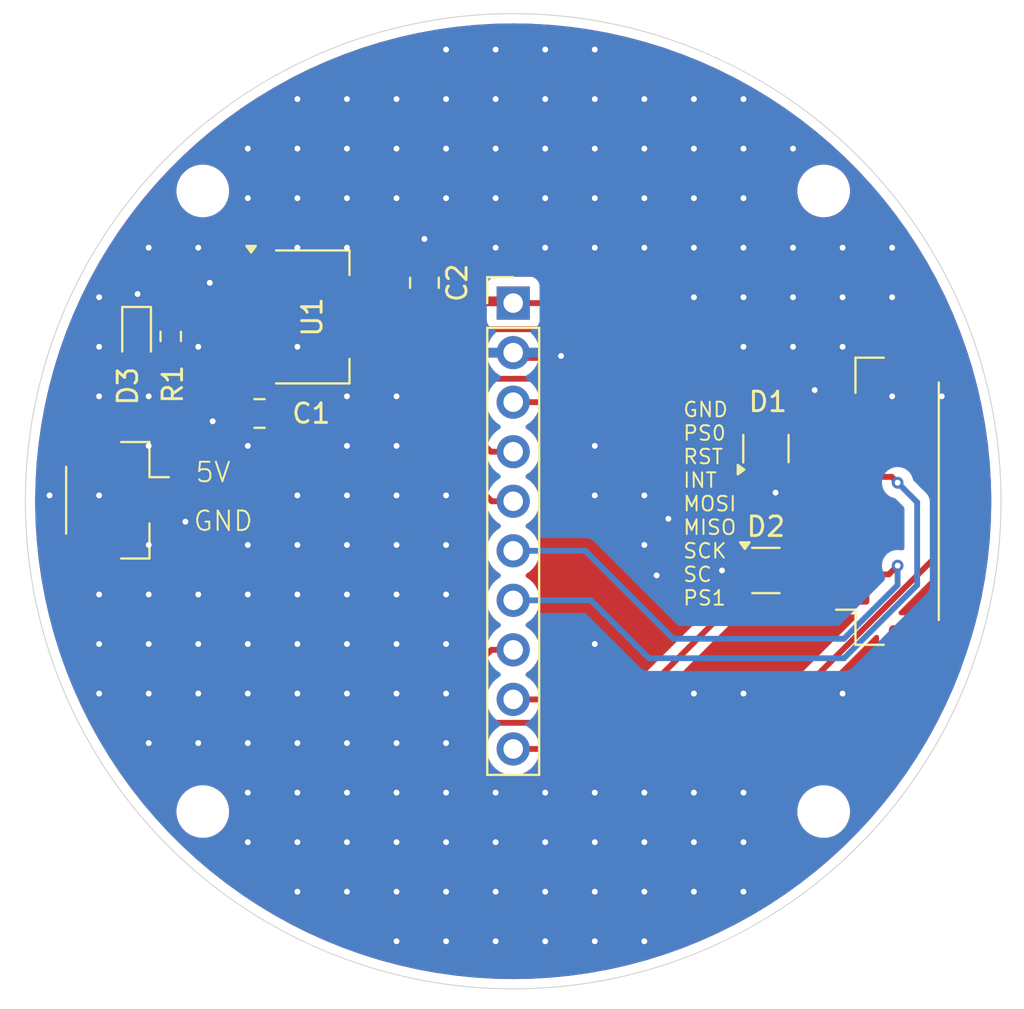
<source format=kicad_pcb>
(kicad_pcb (version 20240108) (generator "pcbnew") (generator_version "8.0")
  (layers (0 "F.Cu" signal) (1 "In1.Cu" power) (2 "In2.Cu" power) (31 "B.Cu" signal) (34 "B.Paste" user) (35 "F.Paste" user) (36 "B.SilkS" user "B.Silkscreen") (37 "F.SilkS" user "F.Silkscreen") (38 "B.Mask" user) (39 "F.Mask" user) (44 "Edge.Cuts" user))
  (net 0 "")
  (net 1 "VBUS")
  (net 2 "GND")
  (net 3 "VCC")
  (net 4 "/PS1")
  (net 5 "/RST")
  (net 6 "/PS0")
  (net 7 "/CS")
  (net 8 "/MISO")
  (net 9 "/MOSI")
  (net 10 "/INT")
  (net 11 "/SCK")
  (net 12 "Net-(D3-A)")
  (footprint "MountingHole:MountingHole_2.2mm_M2" (layer "F.Cu") (at 222.959902 80.790097)
    (property "Reference" "H3" (hide yes))
    (property "Value" "MountingHole")
    (pad "" np_thru_hole circle (at 0 0) (size 2.2 2.2) (drill 2.2) (layers "*.Cu" "*.Mask"))
  )
  (footprint "Package_TO_SOT_SMD:SOT-363_SC-70-6" (layer "F.Cu") (at 220 94 90)
    (property "Reference" "D1" (at 2.4 0.1 0) (layer "F.SilkS"))
    (property "Value" " SMF05CT1G")
    (fp_line (start -0.71 -1.16) (end 0.7 -1.16) (stroke (width 0.12)) (layer "F.SilkS"))
    (fp_line (start -0.7 1.16) (end 0.7 1.16) (stroke (width 0.12)) (layer "F.SilkS"))
    (fp_poly (pts (xy -1.08 -1.11) (xy -1.32 -1.44) (xy -0.84 -1.44) (xy -1.08 -1.11)) (stroke (width 0.12)) (fill solid) (layer "F.SilkS"))
    (pad "1" smd roundrect (at -0.95 -0.65 90) (size 0.65 0.4) (layers "F.Cu" "F.Paste" "F.Mask") (net 9 "/MOSI"))
    (pad "2" smd roundrect (at -0.949999 0 90) (size 0.65 0.4) (layers "F.Cu" "F.Paste" "F.Mask") (net 2 "GND"))
    (pad "3" smd roundrect (at -0.95 0.65 90) (size 0.65 0.4) (layers "F.Cu" "F.Paste" "F.Mask") (net 10 "/INT"))
    (pad "4" smd roundrect (at 0.95 0.65 90) (size 0.65 0.4) (layers "F.Cu" "F.Paste" "F.Mask") (net 5 "/RST"))
    (pad "5" smd roundrect (at 0.949999 0 90) (size 0.65 0.4) (layers "F.Cu" "F.Paste" "F.Mask") (net 6 "/PS0"))
    (pad "6" smd roundrect (at 0.95 -0.65 90) (size 0.65 0.4) (layers "F.Cu" "F.Paste" "F.Mask") (net 3 "VCC"))
  )
  (footprint "Connector_JST:JST_GH_SM09B-GHS-TB_1x09-1MP_P1.25mm_Horizontal" (layer "F.Cu") (at 226.3 96.7 90)
    (property "Reference" "J4" (hide yes))
    (property "Value" "Conn_01x09_MountingPin")
    (fp_line (start 7.36 -1.710001) (end 5.56 -1.71) (stroke (width 0.12)) (layer "F.SilkS"))
    (fp_line (start -7.36 -1.710001) (end -5.56 -1.71) (stroke (width 0.12)) (layer "F.SilkS"))
    (fp_line (start -5.56 -1.71) (end -5.56 -2.7) (stroke (width 0.12)) (layer "F.SilkS"))
    (fp_line (start 7.36 -0.26) (end 7.36 -1.710001) (stroke (width 0.12)) (layer "F.SilkS"))
    (fp_line (start -7.36 -0.26) (end -7.36 -1.710001) (stroke (width 0.12)) (layer "F.SilkS"))
    (fp_line (start -6.09 2.56) (end 6.09 2.56) (stroke (width 0.12)) (layer "F.SilkS"))
    (pad "1" smd roundrect (at -4.999999 -1.85 90) (size 0.6 1.7) (layers "F.Cu" "F.Paste" "F.Mask") (net 4 "/PS1"))
    (pad "2" smd roundrect (at -3.75 -1.85 90) (size 0.6 1.7) (layers "F.Cu" "F.Paste" "F.Mask") (net 7 "/CS"))
    (pad "3" smd roundrect (at -2.499999 -1.85 90) (size 0.6 1.7) (layers "F.Cu" "F.Paste" "F.Mask") (net 11 "/SCK"))
    (pad "4" smd roundrect (at -1.25 -1.85 90) (size 0.6 1.7) (layers "F.Cu" "F.Paste" "F.Mask") (net 8 "/MISO"))
    (pad "5" smd roundrect (at 0 -1.850001 90) (size 0.6 1.7) (layers "F.Cu" "F.Paste" "F.Mask") (net 9 "/MOSI"))
    (pad "6" smd roundrect (at 1.25 -1.85 90) (size 0.6 1.7) (layers "F.Cu" "F.Paste" "F.Mask") (net 10 "/INT"))
    (pad "7" smd roundrect (at 2.499999 -1.85 90) (size 0.6 1.7) (layers "F.Cu" "F.Paste" "F.Mask") (net 5 "/RST"))
    (pad "8" smd roundrect (at 3.75 -1.85 90) (size 0.6 1.7) (layers "F.Cu" "F.Paste" "F.Mask") (net 6 "/PS0"))
    (pad "9" smd roundrect (at 4.999999 -1.85 90) (size 0.6 1.7) (layers "F.Cu" "F.Paste" "F.Mask") (net 2 "GND"))
    (pad "MP" smd roundrect (at -6.85 1.35 90) (size 1 2.7) (layers "F.Cu" "F.Paste" "F.Mask") (net 2 "GND"))
    (pad "MP" smd roundrect (at 6.85 1.35 90) (size 1 2.7) (layers "F.Cu" "F.Paste" "F.Mask") (net 2 "GND"))
  )
  (footprint "Package_TO_SOT_SMD:SOT-363_SC-70-6" (layer "F.Cu") (at 220 100.25)
    (property "Reference" "D2" (at 0 -2.25 0) (layer "F.SilkS"))
    (property "Value" " SMF05CT1G")
    (fp_line (start -0.71 -1.16) (end 0.7 -1.16) (stroke (width 0.12)) (layer "F.SilkS"))
    (fp_line (start -0.7 1.16) (end 0.7 1.16) (stroke (width 0.12)) (layer "F.SilkS"))
    (fp_poly (pts (xy -1.08 -1.11) (xy -1.32 -1.44) (xy -0.84 -1.44) (xy -1.08 -1.11)) (stroke (width 0.12)) (fill solid) (layer "F.SilkS"))
    (pad "1" smd roundrect (at -0.95 -0.65) (size 0.65 0.4) (layers "F.Cu" "F.Paste" "F.Mask"))
    (pad "2" smd roundrect (at -0.949999 0) (size 0.65 0.4) (layers "F.Cu" "F.Paste" "F.Mask") (net 2 "GND"))
    (pad "3" smd roundrect (at -0.95 0.65) (size 0.65 0.4) (layers "F.Cu" "F.Paste" "F.Mask") (net 4 "/PS1"))
    (pad "4" smd roundrect (at 0.95 0.65) (size 0.65 0.4) (layers "F.Cu" "F.Paste" "F.Mask") (net 7 "/CS"))
    (pad "5" smd roundrect (at 0.949999 0) (size 0.65 0.4) (layers "F.Cu" "F.Paste" "F.Mask") (net 11 "/SCK"))
    (pad "6" smd roundrect (at 0.95 -0.65) (size 0.65 0.4) (layers "F.Cu" "F.Paste" "F.Mask") (net 8 "/MISO"))
  )
  (footprint "Package_TO_SOT_SMD:SOT-223-3_TabPin2" (layer "F.Cu") (at 196.75 87.25)
    (property "Reference" "U1" (at 0 0 90) (layer "F.SilkS"))
    (property "Value" "AMS1117-3.3")
    (fp_line (start -1.85 -3.410001) (end 1.91 -3.41) (stroke (width 0.12)) (layer "F.SilkS"))
    (fp_line (start -1.85 3.410001) (end 1.91 3.41) (stroke (width 0.12)) (layer "F.SilkS"))
    (fp_line (start 1.91 -3.41) (end 1.91 -2.150001) (stroke (width 0.12)) (layer "F.SilkS"))
    (fp_line (start 1.91 3.41) (end 1.91 2.150001) (stroke (width 0.12)) (layer "F.SilkS"))
    (fp_poly (pts (xy -3.13 -3.31) (xy -3.37 -3.64) (xy -2.89 -3.64) (xy -3.13 -3.31)) (stroke (width 0.12)) (fill solid) (layer "F.SilkS"))
    (pad "1" smd roundrect (at -3.15 -2.3) (size 2 1.5) (layers "F.Cu" "F.Paste" "F.Mask") (net 2 "GND"))
    (pad "2" smd roundrect (at -3.149999 0) (size 2 1.5) (layers "F.Cu" "F.Paste" "F.Mask") (net 3 "VCC"))
    (pad "2" smd roundrect (at 3.149999 0) (size 2 3.8) (layers "F.Cu" "F.Paste" "F.Mask") (net 3 "VCC"))
    (pad "3" smd roundrect (at -3.15 2.3) (size 2 1.5) (layers "F.Cu" "F.Paste" "F.Mask") (net 1 "VBUS"))
  )
  (footprint "Connector_PinHeader_2.54mm:PinHeader_1x10_P2.54mm_Vertical" (layer "F.Cu") (at 207.05 86.54)
    (property "Reference" "J2" (hide yes))
    (property "Value" "BNO_085")
    (fp_line (start -1.33 -1.33) (end 0 -1.33) (stroke (width 0.12)) (layer "F.SilkS"))
    (fp_line (start -1.33 0) (end -1.33 -1.33) (stroke (width 0.12)) (layer "F.SilkS"))
    (fp_line (start -1.33 1.270001) (end -1.33 24.19) (stroke (width 0.12)) (layer "F.SilkS"))
    (fp_line (start -1.33 1.270001) (end 1.33 1.270001) (stroke (width 0.12)) (layer "F.SilkS"))
    (fp_line (start -1.33 24.19) (end 1.33 24.19) (stroke (width 0.12)) (layer "F.SilkS"))
    (fp_line (start 1.33 1.270001) (end 1.33 24.19) (stroke (width 0.12)) (layer "F.SilkS"))
    (pad "1" thru_hole rect (at 0 0) (size 1.7 1.7) (drill 1) (layers "*.Cu" "*.Mask") (net 3 "VCC"))
    (pad "2" thru_hole oval (at 0 2.54) (size 1.7 1.7) (drill 1) (layers "*.Cu" "*.Mask") (net 2 "GND"))
    (pad "3" thru_hole oval (at 0 5.079999) (size 1.7 1.7) (drill 1) (layers "*.Cu" "*.Mask") (net 11 "/SCK"))
    (pad "4" thru_hole oval (at 0 7.62) (size 1.7 1.7) (drill 1) (layers "*.Cu" "*.Mask") (net 8 "/MISO"))
    (pad "5" thru_hole oval (at 0 10.16) (size 1.7 1.7) (drill 1) (layers "*.Cu" "*.Mask") (net 9 "/MOSI"))
    (pad "6" thru_hole oval (at 0 12.7) (size 1.7 1.7) (drill 1) (layers "*.Cu" "*.Mask") (net 7 "/CS"))
    (pad "7" thru_hole oval (at 0 15.24) (size 1.7 1.7) (drill 1) (layers "*.Cu" "*.Mask") (net 10 "/INT"))
    (pad "8" thru_hole oval (at 0 17.780001) (size 1.7 1.7) (drill 1) (layers "*.Cu" "*.Mask") (net 5 "/RST"))
    (pad "9" thru_hole oval (at 0 20.32) (size 1.7 1.7) (drill 1) (layers "*.Cu" "*.Mask") (net 4 "/PS1"))
    (pad "10" thru_hole oval (at 0 22.86) (size 1.7 1.7) (drill 1) (layers "*.Cu" "*.Mask") (net 6 "/PS0"))
  )
  (footprint "MountingHole:MountingHole_2.2mm_M2" (layer "F.Cu") (at 191.140097 80.790097)
    (property "Reference" "H4" (hide yes))
    (property "Value" "MountingHole")
    (pad "" np_thru_hole circle (at 0 0) (size 2.2 2.2) (drill 2.2) (layers "*.Cu" "*.Mask"))
  )
  (footprint "LED_SMD:LED_0603_1608Metric" (layer "F.Cu") (at 187.75 88.224999 -90)
    (property "Reference" "D3" (at 2.575001 0.45 90) (layer "F.SilkS"))
    (property "Value" "BLU")
    (fp_line (start -1.485 0.735) (end 0.8 0.735) (stroke (width 0.12)) (layer "F.SilkS"))
    (fp_line (start -1.485 -0.735) (end -1.485 0.735) (stroke (width 0.12)) (layer "F.SilkS"))
    (fp_line (start 0.8 -0.735) (end -1.485 -0.735) (stroke (width 0.12)) (layer "F.SilkS"))
    (pad "1" smd roundrect (at -0.787501 0 270) (size 0.875 0.95) (layers "F.Cu" "F.Paste" "F.Mask") (net 2 "GND"))
    (pad "2" smd roundrect (at 0.787501 0 270) (size 0.875 0.95) (layers "F.Cu" "F.Paste" "F.Mask") (net 12 "Net-(D3-A)"))
  )
  (footprint "Capacitor_SMD:C_0805_2012Metric" (layer "F.Cu") (at 202.5 85.5 -90)
    (property "Reference" "C2" (at 0 -1.679999 90) (layer "F.SilkS"))
    (property "Value" "22uF")
    (fp_line (start -0.261253 0.735) (end 0.261253 0.735) (stroke (width 0.12)) (layer "F.SilkS"))
    (fp_line (start -0.261253 -0.735) (end 0.261253 -0.735) (stroke (width 0.12)) (layer "F.SilkS"))
    (pad "1" smd roundrect (at -0.949999 0 270) (size 1 1.45) (layers "F.Cu" "F.Paste" "F.Mask") (net 2 "GND"))
    (pad "2" smd roundrect (at 0.949999 0 270) (size 1 1.45) (layers "F.Cu" "F.Paste" "F.Mask") (net 3 "VCC"))
  )
  (footprint "Connector_JST:JST_GH_SM02B-GHS-TB_1x02-1MP_P1.25mm_Horizontal" (layer "F.Cu") (at 186.7 96.65 -90)
    (property "Reference" "J1" (hide yes))
    (property "Value" "Conn_01x02_MountingPin")
    (fp_line (start -1.715 2.559999) (end 1.715 2.559999) (stroke (width 0.12)) (layer "F.SilkS"))
    (fp_line (start -2.985 -0.26) (end -2.985 -1.71) (stroke (width 0.12)) (layer "F.SilkS"))
    (fp_line (start 2.985 -0.26) (end 2.985 -1.71) (stroke (width 0.12)) (layer "F.SilkS"))
    (fp_line (start -2.985 -1.71) (end -1.185 -1.71) (stroke (width 0.12)) (layer "F.SilkS"))
    (fp_line (start -1.185 -1.71) (end -1.185 -2.7) (stroke (width 0.12)) (layer "F.SilkS"))
    (fp_line (start 2.985 -1.71) (end 1.185 -1.71) (stroke (width 0.12)) (layer "F.SilkS"))
    (pad "1" smd roundrect (at -0.625 -1.85 270) (size 0.6 1.7) (layers "F.Cu" "F.Paste" "F.Mask") (net 1 "VBUS"))
    (pad "2" smd roundrect (at 0.625 -1.85 270) (size 0.6 1.7) (layers "F.Cu" "F.Paste" "F.Mask") (net 2 "GND"))
    (pad "MP" smd roundrect (at -2.475 1.35 270) (size 1 2.7) (layers "F.Cu" "F.Paste" "F.Mask") (net 2 "GND"))
    (pad "MP" smd roundrect (at 2.475 1.35 270) (size 1 2.7) (layers "F.Cu" "F.Paste" "F.Mask") (net 2 "GND"))
  )
  (footprint "Resistor_SMD:R_0603_1608Metric" (layer "F.Cu") (at 189.5 88.25 90)
    (property "Reference" "R1" (at -2.45 0.1 -90) (layer "F.SilkS"))
    (property "Value" "2k2")
    (fp_line (start -0.237258 -0.5225) (end 0.237258 -0.5225) (stroke (width 0.12)) (layer "F.SilkS"))
    (fp_line (start -0.237258 0.5225) (end 0.237258 0.5225) (stroke (width 0.12)) (layer "F.SilkS"))
    (pad "1" smd roundrect (at -0.825 0 90) (size 0.8 0.95) (layers "F.Cu" "F.Paste" "F.Mask") (net 12 "Net-(D3-A)"))
    (pad "2" smd roundrect (at 0.825 0 90) (size 0.8 0.95) (layers "F.Cu" "F.Paste" "F.Mask") (net 3 "VCC"))
  )
  (footprint "MountingHole:MountingHole_2.2mm_M2" (layer "F.Cu") (at 191.140097 112.609902)
    (property "Reference" "H2" (hide yes))
    (property "Value" "MountingHole")
    (pad "" np_thru_hole circle (at 0 0) (size 2.2 2.2) (drill 2.2) (layers "*.Cu" "*.Mask"))
  )
  (footprint "Capacitor_SMD:C_0805_2012Metric" (layer "F.Cu") (at 194.05 92.2)
    (property "Reference" "C1" (at 2.65 0 0) (layer "F.SilkS"))
    (property "Value" "22uF")
    (fp_line (start -0.261253 -0.735) (end 0.261253 -0.735) (stroke (width 0.12)) (layer "F.SilkS"))
    (fp_line (start -0.261253 0.735) (end 0.261253 0.735) (stroke (width 0.12)) (layer "F.SilkS"))
    (pad "1" smd roundrect (at -0.949999 0) (size 1 1.45) (layers "F.Cu" "F.Paste" "F.Mask") (net 2 "GND"))
    (pad "2" smd roundrect (at 0.949999 0) (size 1 1.45) (layers "F.Cu" "F.Paste" "F.Mask") (net 1 "VBUS"))
  )
  (footprint "MountingHole:MountingHole_2.2mm_M2" (layer "F.Cu") (at 222.959902 112.609902)
    (property "Reference" "H1" (hide yes))
    (property "Value" "MountingHole")
    (pad "" np_thru_hole circle (at 0 0) (size 2.2 2.2) (drill 2.2) (layers "*.Cu" "*.Mask"))
  )
  (gr_circle (center 207.05 96.7) (end 232.05 96.7) (stroke (width 0.05)) (fill none) (layer "Edge.Cuts"))
  (gr_text "5V" (at 190.7 95.8 0) (layer "F.SilkS") (effects (font (size 1 1) (thickness 0.1)) (justify left bottom)))
  (gr_text "GND\nPS0\nRST\nINT\nMOSI\nMISO\nSCK\nSC\nPS1" (at 215.7 102.1 0) (layer "F.SilkS") (effects (font (size 0.75 0.75) (thickness 0.1)) (justify left bottom)))
  (gr_text "GND" (at 190.6 98.3 0) (layer "F.SilkS") (effects (font (size 1 1) (thickness 0.1)) (justify left bottom)))
  (segment (start 194.999999 94.525001) (end 193.5 96.025) (width 0.5) (layer "F.Cu") (net 1))
  (segment (start 193.6 89.55) (end 194.999999 90.949999) (width 0.5) (layer "F.Cu") (net 1))
  (segment (start 188.55 96.025) (end 193.5 96.025) (width 0.5) (layer "F.Cu") (net 1))
  (segment (start 194.999999 92.2) (end 194.999999 94.525001) (width 0.5) (layer "F.Cu") (net 1))
  (segment (start 194.999999 90.949999) (end 194.999999 92.2) (width 0.5) (layer "F.Cu") (net 1))
  (segment (start 202.5 84.550001) (end 202.5 83.25) (width 0.5) (layer "F.Cu") (net 2))
  (segment (start 190.25 97.75) (end 189.775 97.275) (width 0.5) (layer "F.Cu") (net 2))
  (segment (start 192.05 84.95) (end 191.5 85.5) (width 0.5) (layer "F.Cu") (net 2))
  (segment (start 192.05 92.2) (end 193.100001 92.2) (width 0.5) (layer "F.Cu") (net 2))
  (segment (start 220.493948 96.257566) (end 220 95.763618) (width 0.3) (layer "F.Cu") (net 2))
  (segment (start 189.775 97.275) (end 188.55 97.275) (width 0.5) (layer "F.Cu") (net 2))
  (segment (start 224.45 91.700001) (end 223.200001 91.700001) (width 0.3) (layer "F.Cu") (net 2))
  (segment (start 187.75 86.124998) (end 187.8 86.074999) (width 0.5) (layer "F.Cu") (net 2))
  (segment (start 191.65 92.6) (end 192.05 92.2) (width 0.5) (layer "F.Cu") (net 2))
  (segment (start 187.75 87.437497) (end 187.75 86.124998) (width 0.5) (layer "F.Cu") (net 2))
  (segment (start 209.5 89.25) (end 207.22 89.25) (width 0.5) (layer "F.Cu") (net 2))
  (segment (start 220 95.763618) (end 220 94.949999) (width 0.3) (layer "F.Cu") (net 2))
  (segment (start 217.75 100.25) (end 219.050001 100.25) (width 0.3) (layer "F.Cu") (net 2))
  (segment (start 193.6 84.95) (end 192.05 84.95) (width 0.5) (layer "F.Cu") (net 2))
  (segment (start 207.22 89.25) (end 207.05 89.08) (width 0.5) (layer "F.Cu") (net 2))
  (segment (start 223.200001 91.700001) (end 222.5 91) (width 0.3) (layer "F.Cu") (net 2))
  (via (at 218.85 116.72) (size 0.6) (drill 0.3) (layers "F.Cu" "B.Cu") (net 2))
  (via (at 216.31 78.62) (size 0.6) (drill 0.3) (layers "F.Cu" "B.Cu") (net 2))
  (via (at 198.53 91.32) (size 0.6) (drill 0.3) (layers "F.Cu" "B.Cu") (net 2))
  (via (at 195.99 109.1) (size 0.6) (drill 0.3) (layers "F.Cu" "B.Cu") (net 2))
  (via (at 203.61 109.1) (size 0.6) (drill 0.3) (layers "F.Cu" "B.Cu") (net 2))
  (via (at 213.77 81.16) (size 0.6) (drill 0.3) (layers "F.Cu" "B.Cu") (net 2))
  (via (at 190.25 97.75) (size 0.6) (drill 0.3) (layers "F.Cu" "B.Cu") (net 2))
  (via (at 216.31 106.56) (size 0.6) (drill 0.3) (layers "F.Cu" "B.Cu") (net 2))
  (via (at 215 97.6) (size 0.6) (drill 0.3) (layers "F.Cu" "B.Cu") (net 2))
  (via (at 222.5 91) (size 0.6) (drill 0.3) (layers "F.Cu" "B.Cu") (net 2))
  (via (at 217.75 100.25) (size 0.6) (drill 0.3) (layers "F.Cu" "B.Cu") (net 2))
  (via (at 203.61 101.48) (size 0.6) (drill 0.3) (layers "F.Cu" "B.Cu") (net 2))
  (via (at 198.53 114.18) (size 0.6) (drill 0.3) (layers "F.Cu" "B.Cu") (net 2))
  (via (at 195.99 101.48) (size 0.6) (drill 0.3) (layers "F.Cu" "B.Cu") (net 2))
  (via (at 198.53 93.86) (size 0.6) (drill 0.3) (layers "F.Cu" "B.Cu") (net 2))
  (via (at 195.99 98.94) (size 0.6) (drill 0.3) (layers "F.Cu" "B.Cu") (net 2))
  (via (at 185.83 86.24) (size 0.6) (drill 0.3) (layers "F.Cu" "B.Cu") (net 2))
  (via (at 221.39 86.24) (size 0.6) (drill 0.3) (layers "F.Cu" "B.Cu") (net 2))
  (via (at 218.85 76.08) (size 0.6) (drill 0.3) (layers "F.Cu" "B.Cu") (net 2))
  (via (at 195.99 114.18) (size 0.6) (drill 0.3) (layers "F.Cu" "B.Cu") (net 2))
  (via (at 206.15 83.7) (size 0.6) (drill 0.3) (layers "F.Cu" "B.Cu") (net 2))
  (via (at 195.99 83.7) (size 0.6) (drill 0.3) (layers "F.Cu" "B.Cu") (net 2))
  (via (at 193.45 93.86) (size 0.6) (drill 0.3) (layers "F.Cu" "B.Cu") (net 2))
  (via (at 193.45 114.18) (size 0.6) (drill 0.3) (layers "F.Cu" "B.Cu") (net 2))
  (via (at 201.07 93.86) (size 0.6) (drill 0.3) (layers "F.Cu" "B.Cu") (net 2))
  (via (at 206.15 73.54) (size 0.6) (drill 0.3) (layers "F.Cu" "B.Cu") (net 2))
  (via (at 223.93 86.24) (size 0.6) (drill 0.3) (layers "F.Cu" "B.Cu") (net 2))
  (via (at 195.99 81.16) (size 0.6) (drill 0.3) (layers "F.Cu" "B.Cu") (net 2))
  (via (at 211.23 78.62) (size 0.6) (drill 0.3) (layers "F.Cu" "B.Cu") (net 2))
  (via (at 195.99 106.56) (size 0.6) (drill 0.3) (layers "F.Cu" "B.Cu") (net 2))
  (via (at 185.83 96.4) (size 0.6) (drill 0.3) (layers "F.Cu" "B.Cu") (net 2))
  (via (at 198.53 104.02) (size 0.6) (drill 0.3) (layers "F.Cu" "B.Cu") (net 2))
  (via (at 216.31 111.64) (size 0.6) (drill 0.3) (layers "F.Cu" "B.Cu") (net 2))
  (via (at 188.37 104.02) (size 0.6) (drill 0.3) (layers "F.Cu" "B.Cu") (net 2))
  (via (at 185.83 106.56) (size 0.6) (drill 0.3) (layers "F.Cu" "B.Cu") (net 2))
  (via (at 216.31 81.16) (size 0.6) (drill 0.3) (layers "F.Cu" "B.Cu") (net 2))
  (via (at 201.07 116.72) (size 0.6) (drill 0.3) (layers "F.Cu" "B.Cu") (net 2))
  (via (at 218.85 78.62) (size 0.6) (drill 0.3) (layers "F.Cu" "B.Cu") (net 2))
  (via (at 193.45 109.1) (size 0.6) (drill 0.3) (layers "F.Cu" "B.Cu") (net 2))
  (via (at 218.85 86.24) (size 0.6) (drill 0.3) (layers "F.Cu" "B.Cu") (net 2))
  (via (at 201.07 76.08) (size 0.6) (drill 0.3) (layers "F.Cu" "B.Cu") (net 2))
  (via (at 198.53 98.94) (size 0.6) (drill 0.3) (layers "F.Cu" "B.Cu") (net 2))
  (via (at 211.23 111.64) (size 0.6) (drill 0.3) (layers "F.Cu" "B.Cu") (net 2))
  (via (at 198.53 96.4) (size 0.6) (drill 0.3) (layers "F.Cu" "B.Cu") (net 2))
  (via (at 226.47 83.7) (size 0.6) (drill 0.3) (layers "F.Cu" "B.Cu") (net 2))
  (via (at 198.53 106.56) (size 0.6) (drill 0.3) (layers "F.Cu" "B.Cu") (net 2))
  (via (at 193.45 111.64) (size 0.6) (drill 0.3) (layers "F.Cu" "B.Cu") (net 2))
  (via (at 188.37 91.32) (size 0.6) (drill 0.3) (layers "F.Cu" "B.Cu") (net 2))
  (via (at 193.45 81.16) (size 0.6) (drill 0.3) (layers "F.Cu" "B.Cu") (net 2))
  (via (at 188.37 83.7) (size 0.6) (drill 0.3) (layers "F.Cu" "B.Cu") (net 2))
  (via (at 216.31 76.08) (size 0.6) (drill 0.3) (layers "F.Cu" "B.Cu") (net 2))
  (via (at 203.61 119.26) (size 0.6) (drill 0.3) (layers "F.Cu" "B.Cu") (net 2))
  (via (at 211.23 96.4) (size 0.6) (drill 0.3) (layers "F.Cu" "B.Cu") (net 2))
  (via (at 201.07 96.4) (size 0.6) (drill 0.3) (layers "F.Cu" "B.Cu") (net 2))
  (via (at 201.07 104.02) (size 0.6) (drill 0.3) (layers "F.Cu" "B.Cu") (net 2))
  (via (at 203.61 104.02) (size 0.6) (drill 0.3) (layers "F.Cu" "B.Cu") (net 2))
  (via (at 213.77 111.64) (size 0.6) (drill 0.3) (layers "F.Cu" "B.Cu") (net 2))
  (via (at 211.23 93.86) (size 0.6) (drill 0.3) (layers "F.Cu" "B.Cu") (net 2))
  (via (at 198.53 81.16) (size 0.6) (drill 0.3) (layers "F.Cu" "B.Cu") (net 2))
  (via (at 191.65 92.6) (size 0.6) (drill 0.3) (layers "F.Cu" "B.Cu") (net 2))
  (via (at 220.493948 96.257566) (size 0.6) (drill 0.3) (layers "F.Cu" "B.Cu") (net 2))
  (via (at 221.39 78.62) (size 0.6) (drill 0.3) (layers "F.Cu" "B.Cu") (net 2))
  (via (at 203.61 111.64) (size 0.6) (drill 0.3) (layers "F.Cu" "B.Cu") (net 2))
  (via (at 188.37 98.94) (size 0.6) (drill 0.3) (layers "F.Cu" "B.Cu") (net 2))
  (via (at 218.85 88.78) (size 0.6) (drill 0.3) (layers "F.Cu" "B.Cu") (net 2))
  (via (at 203.61 76.08) (size 0.6) (drill 0.3) (layers "F.Cu" "B.Cu") (net 2))
  (via (at 201.07 78.62) (size 0.6) (drill 0.3) (layers "F.Cu" "B.Cu") (net 2))
  (via (at 209.5 89.25) (size 0.6) (drill 0.3) (layers "F.Cu" "B.Cu") (net 2))
  (via (at 206.15 111.64) (size 0.6) (drill 0.3) (layers "F.Cu" "B.Cu") (net 2))
  (via (at 208.69 111.64) (size 0.6) (drill 0.3) (layers "F.Cu" "B.Cu") (net 2))
  (via (at 195.99 116.72) (size 0.6) (drill 0.3) (layers "F.Cu" "B.Cu") (net 2))
  (via (at 213.77 96.4) (size 0.6) (drill 0.3) (layers "F.Cu" "B.Cu") (net 2))
  (via (at 208.69 116.72) (size 0.6) (drill 0.3) (layers "F.Cu" "B.Cu") (net 2))
  (via (at 226.47 91.32) (size 0.6) (drill 0.3) (layers "F.Cu" "B.Cu") (net 2))
  (via (at 203.61 114.18) (size 0.6) (drill 0.3) (layers "F.Cu" "B.Cu") (net 2))
  (via (at 187.8 86.074999) (size 0.6) (drill 0.3) (layers "F.Cu" "B.Cu") (net 2))
  (via (at 188.37 101.48) (size 0.6) (drill 0.3) (layers "F.Cu" "B.Cu") (net 2))
  (via (at 211.23 104.02) (size 0.6) (drill 0.3) (layers "F.Cu" "B.Cu") (net 2))
  (via (at 190.91 106.56) (size 0.6) (drill 0.3) (layers "F.Cu" "B.Cu") (net 2))
  (via (at 213.77 114.18) (size 0.6) (drill 0.3) (layers "F.Cu" "B.Cu") (net 2))
  (via (at 201.07 91.32) (size 0.6) (drill 0.3) (layers "F.Cu" "B.Cu") (net 2))
  (via (at 208.69 78.62) (size 0.6) (drill 0.3) (layers "F.Cu" "B.Cu") (net 2))
  (via (at 216.31 116.72) (size 0.6) (drill 0.3) (layers "F.Cu" "B.Cu") (net 2))
  (via (at 203.61 116.72) (size 0.6) (drill 0.3) (layers "F.Cu" "B.Cu") (net 2))
  (via (at 208.69 73.54) (size 0.6) (drill 0.3) (layers "F.Cu" "B.Cu") (net 2))
  (via (at 218.85 111.64) (size 0.6) (drill 0.3) (layers "F.Cu" "B.Cu") (net 2))
  (via (at 198.53 78.62) (size 0.6) (drill 0.3) (layers "F.Cu" "B.Cu") (net 2))
  (via (at 198.53 83.7) (size 0.6) (drill 0.3) (layers "F.Cu" "B.Cu") (net 2))
  (via (at 213.77 78.62) (size 0.6) (drill 0.3) (layers "F.Cu" "B.Cu") (net 2))
  (via (at 185.83 88.78) (size 0.6) (drill 0.3) (layers "F.Cu" "B.Cu") (net 2))
  (via (at 188.37 109.1) (size 0.6) (drill 0.3) (layers "F.Cu" "B.Cu") (net 2))
  (via (at 190.91 88.78) (size 0.6) (drill 0.3) (layers "F.Cu" "B.Cu") (net 2))
  (via (at 190.91 104.02) (size 0.6) (drill 0.3) (layers "F.Cu" "B.Cu") (net 2))
  (via (at 191.5 85.5) (size 0.6) (drill 0.3) (layers "F.Cu" "B.Cu") (net 2))
  (via (at 203.61 106.56) (size 0.6) (drill 0.3) (layers "F.Cu" "B.Cu") (net 2))
  (via (at 206.15 76.08) (size 0.6) (drill 0.3) (layers "F.Cu" "B.Cu") (net 2))
  (via (at 201.07 81.16) (size 0.6) (drill 0.3) (layers "F.Cu" "B.Cu") (net 2))
  (via (at 185.83 101.48) (size 0.6) (drill 0.3) (layers "F.Cu" "B.Cu") (net 2))
  (via (at 223.93 88.78) (size 0.6) (drill 0.3) (layers "F.Cu" "B.Cu") (net 2))
  (via (at 203.61 98.94) (size 0.6) (drill 0.3) (layers "F.Cu" "B.Cu") (net 2))
  (via (at 221.39 88.78) (size 0.6) (drill 0.3) (layers "F.Cu" "B.Cu") (net 2))
  (via (at 211.23 73.54) (size 0.6) (drill 0.3) (layers "F.Cu" "B.Cu") (net 2))
  (via (at 185.83 91.32) (size 0.6) (drill 0.3) (layers "F.Cu" "B.Cu") (net 2))
  (via (at 183.29 96.4) (size 0.6) (drill 0.3) (layers "F.Cu" "B.Cu") (net 2))
  (via (at 206.15 116.72) (size 0.6) (drill 0.3) (layers "F.Cu" "B.Cu") (net 2))
  (via (at 211.23 116.72) (size 0.6) (drill 0.3) (layers "F.Cu" "B.Cu") (net 2))
  (via (at 190.91 83.7) (size 0.6) (drill 0.3) (layers "F.Cu" "B.Cu") (net 2))
  (via (at 195.99 96.4) (size 0.6) (drill 0.3) (layers "F.Cu" "B.Cu") (net 2))
  (via (at 201.07 106.56) (size 0.6) (drill 0.3) (layers "F.Cu" "B.Cu") (net 2))
  (via (at 226.47 86.24) (size 0.6) (drill 0.3) (layers "F.Cu" "B.Cu") (net 2))
  (via (at 211.23 119.26) (size 0.6) (drill 0.3) (layers "F.Cu" "B.Cu") (net 2))
  (via (at 201.07 119.26) (size 0.6) (drill 0.3) (layers "F.Cu" "B.Cu") (net 2))
  (via (at 206.15 119.26) (size 0.6) (drill 0.3) (layers "F.Cu" "B.Cu") (net 2))
  (via (at 203.61 96.4) (size 0.6) (drill 0.3) (layers "F.Cu" "B.Cu") (net 2))
  (via (at 201.07 111.64) (size 0.6) (drill 0.3) (layers "F.Cu" "B.Cu") (net 2))
  (via (at 195.99 111.64) (size 0.6) (drill 0.3) (layers "F.Cu" "B.Cu") (net 2))
  (via (at 213.77 76.08) (size 0.6) (drill 0.3) (layers "F.Cu" "B.Cu") (net 2))
  (via (at 208.69 76.08) (size 0.6) (drill 0.3) (layers "F.Cu" "B.Cu") (net 2))
  (via (at 206.15 78.62) (size 0.6) (drill 0.3) (layers "F.Cu" "B.Cu") (net 2))
  (via (at 188.37 93.86) (size 0.6) (drill 0.3) (layers "F.Cu" "B.Cu") (net 2))
  (via (at 211.23 114.18) (size 0.6) (drill 0.3) (layers "F.Cu" "B.Cu") (net 2))
  (via (at 213.77 119.26) (size 0.6) (drill 0.3) (layers "F.Cu" "B.Cu") (net 2))
  (via (at 211.23 83.7) (size 0.6) (drill 0.3) (layers "F.Cu" "B.Cu") (net 2))
  (via (at 193.45 104.02) (size 0.6) (drill 0.3) (layers "F.Cu" "B.Cu") (net 2))
  (via (at 195.99 104.02) (size 0.6) (drill 0.3) (layers "F.Cu" "B.Cu") (net 2))
  (via (at 195.99 76.08) (size 0.6) (drill 0.3) (layers "F.Cu" "B.Cu") (net 2))
  (via (at 208.69 81.16) (size 0.6) (drill 0.3) (layers "F.Cu" "B.Cu") (net 2))
  (via (at 213.77 116.72) (size 0.6) (drill 0.3) (layers "F.Cu" "B.Cu") (net 2))
  (via (at 211.23 81.16) (size 0.6) (drill 0.3) (layers "F.Cu" "B.Cu") (net 2))
  (via (at 216.31 83.7) (size 0.6) (drill 0.3) (layers "F.Cu" "B.Cu") (net 2))
  (via (at 195.99 88.78) (size 0.6) (drill 0.3) (layers "F.Cu" "B.Cu") (net 2))
  (via (at 203.61 78.62) (size 0.6) (drill 0.3) (layers "F.Cu" "B.Cu") (net 2))
  (via (at 216.31 114.18) (size 0.6) (drill 0.3) (layers "F.Cu" "B.Cu") (net 2))
  (via (at 213.77 98.94) (size 0.6) (drill 0.3) (layers "F.Cu" "B.Cu") (net 2))
  (via (at 211.23 76.08) (size 0.6) (drill 0.3) (layers "F.Cu" "B.Cu") (net 2))
  (via (at 201.07 101.48) (size 0.6) (drill 0.3) (layers "F.Cu" "B.Cu") (net 2))
  (via (at 208.69 114.18) (size 0.6) (drill 0.3) (layers "F.Cu" "B.Cu") (net 2))
  (via (at 195.99 78.62) (size 0.6) (drill 0.3) (layers "F.Cu" "B.Cu") (net 2))
  (via (at 190.91 101.48) (size 0.6) (drill 0.3) (layers "F.Cu" "B.Cu") (net 2))
  (via (at 223.93 106.56) (size 0.6) (drill 0.3) (layers "F.Cu" "B.Cu") (net 2))
  (via (at 208.69 119.26) (size 0.6) (drill 0.3) (layers "F.Cu" "B.Cu") (net 2))
  (via (at 206.15 81.16) (size 0.6) (drill 0.3) (layers "F.Cu" "B.Cu") (net 2))
  (via (at 198.53 109.1) (size 0.6) (drill 0.3) (layers "F.Cu" "B.Cu") (net 2))
  (via (at 218.85 81.16) (size 0.6) (drill 0.3) (layers "F.Cu" "B.Cu") (net 2))
  (via (at 206.15 114.18) (size 0.6) (drill 0.3) (layers "F.Cu" "B.Cu") (net 2))
  (via (at 221.39 83.7) (size 0.6) (drill 0.3) (layers "F.Cu" "B.Cu") (net 2))
  (via (at 193.45 78.62) (size 0.6) (drill 0.3) (layers "F.Cu" "B.Cu") (net 2))
  (via (at 198.53 76.08) (size 0.6) (drill 0.3) (layers "F.Cu" "B.Cu") (net 2))
  (via (at 198.53 116.72) (size 0.6) (drill 0.3) (layers "F.Cu" "B.Cu") (net 2))
  (via (at 216.31 86.24) (size 0.6) (drill 0.3) (layers "F.Cu" "B.Cu") (net 2))
  (via (at 214.4 100.5) (size 0.6) (drill 0.3) (layers "F.Cu" "B.Cu") (net 2))
  (via (at 193.45 106.56) (size 0.6) (drill 0.3) (layers "F.Cu" "B.Cu") (net 2))
  (via (at 202.5 83.25) (size 0.6) (drill 0.3) (layers "F.Cu" "B.Cu") (net 2))
  (via (at 223.93 83.7) (size 0.6) (drill 0.3) (layers "F.Cu" "B.Cu") (net 2))
  (via (at 208.69 83.7) (size 0.6) (drill 0.3) (layers "F.Cu" "B.Cu") (net 2))
  (via (at 218.85 83.7) (size 0.6) (drill 0.3) (layers "F.Cu" "B.Cu") (net 2))
  (via (at 188.37 106.56) (size 0.6) (drill 0.3) (layers "F.Cu" "B.Cu") (net 2))
  (via (at 201.07 98.94) (size 0.6) (drill 0.3) (layers "F.Cu" "B.Cu") (net 2))
  (via (at 190.91 109.1) (size 0.6) (drill 0.3) (layers "F.Cu" "B.Cu") (net 2))
  (via (at 218.85 114.18) (size 0.6) (drill 0.3) (layers "F.Cu" "B.Cu") (net 2))
  (via (at 193.45 98.94) (size 0.6) (drill 0.3) (layers "F.Cu" "B.Cu") (net 2))
  (via (at 193.45 101.48) (size 0.6) (drill 0.3) (layers "F.Cu" "B.Cu") (net 2))
  (via (at 201.07 109.1) (size 0.6) (drill 0.3) (layers "F.Cu" "B.Cu") (net 2))
  (via (at 229.01 91.32) (size 0.6) (drill 0.3) (layers "F.Cu" "B.Cu") (net 2))
  (via (at 218.85 106.56) (size 0.6) (drill 0.3) (layers "F.Cu" "B.Cu") (net 2))
  (via (at 213.77 83.7) (size 0.6) (drill 0.3) (layers "F.Cu" "B.Cu") (net 2))
  (via (at 198.53 101.48) (size 0.6) (drill 0.3) (layers "F.Cu" "B.Cu") (net 2))
  (via (at 201.07 114.18) (size 0.6) (drill 0.3) (layers "F.Cu" "B.Cu") (net 2))
  (via (at 203.61 73.54) (size 0.6) (drill 0.3) (layers "F.Cu" "B.Cu") (net 2))
  (via (at 198.53 111.64) (size 0.6) (drill 0.3) (layers "F.Cu" "B.Cu") (net 2))
  (via (at 203.61 81.16) (size 0.6) (drill 0.3) (layers "F.Cu" "B.Cu") (net 2))
  (via (at 185.83 104.02) (size 0.6) (drill 0.3) (layers "F.Cu" "B.Cu") (net 2))
  (segment (start 202.5 86.449999) (end 200.7 86.449999) (width 0.5) (layer "F.Cu") (net 3))
  (segment (start 219.35 93.05) (end 219.35 91.6) (width 0.3) (layer "F.Cu") (net 3))
  (segment (start 200.7 86.449999) (end 199.899999 87.25) (width 0.5) (layer "F.Cu") (net 3))
  (segment (start 193.425001 87.425) (end 193.600001 87.25) (width 0.5) (layer "F.Cu") (net 3))
  (segment (start 219.35 91.6) (end 214.29 86.54) (width 0.3) (layer "F.Cu") (net 3))
  (segment (start 214.29 86.54) (end 207.05 86.54) (width 0.3) (layer "F.Cu") (net 3))
  (segment (start 202.5 86.449999) (end 206.959999 86.449999) (width 0.5) (layer "F.Cu") (net 3))
  (segment (start 193.600001 87.25) (end 199.899999 87.25) (width 0.5) (layer "F.Cu") (net 3))
  (segment (start 189.5 87.425) (end 193.425001 87.425) (width 0.5) (layer "F.Cu") (net 3))
  (segment (start 206.959999 86.449999) (end 207.05 86.54) (width 0.5) (layer "F.Cu") (net 3))
  (segment (start 213.39 106.86) (end 218.5 101.75) (width 0.3) (layer "F.Cu") (net 4))
  (segment (start 207.05 106.86) (end 213.39 106.86) (width 0.3) (layer "F.Cu") (net 4))
  (segment (start 218.5 101.75) (end 219.899998 101.75) (width 0.3) (layer "F.Cu") (net 4))
  (segment (start 219.899998 101.75) (end 219.949999 101.699999) (width 0.3) (layer "F.Cu") (net 4))
  (segment (start 219.75 101.5) (end 219.949999 101.699999) (width 0.3) (layer "F.Cu") (net 4))
  (segment (start 219.949999 101.699999) (end 224.45 101.699999) (width 0.3) (layer "F.Cu") (net 4))
  (segment (start 219.4 100.9) (end 219.75 101.25) (width 0.3) (layer "F.Cu") (net 4))
  (segment (start 219.75 101.25) (end 219.75 101.5) (width 0.3) (layer "F.Cu") (net 4))
  (segment (start 219.05 100.9) (end 219.4 100.9) (width 0.3) (layer "F.Cu") (net 4))
  (segment (start 220.19 108.06) (end 228.75 99.5) (width 0.3) (layer "F.Cu") (net 5))
  (segment (start 205.56 108.06) (end 220.19 108.06) (width 0.3) (layer "F.Cu") (net 5))
  (segment (start 228.75 95.25) (end 227.700001 94.200001) (width 0.3) (layer "F.Cu") (net 5))
  (segment (start 228.75 99.5) (end 228.75 95.25) (width 0.3) (layer "F.Cu") (net 5))
  (segment (start 227.700001 94.200001) (end 224.45 94.200001) (width 0.3) (layer "F.Cu") (net 5))
  (segment (start 220.65 93.05) (end 220.65 93.65) (width 0.3) (layer "F.Cu") (net 5))
  (segment (start 220.65 93.65) (end 221.200001 94.200001) (width 0.3) (layer "F.Cu") (net 5))
  (segment (start 205 107.5) (end 205.56 108.06) (width 0.3) (layer "F.Cu") (net 5))
  (segment (start 207.05 104.320001) (end 205.929999 104.320001) (width 0.3) (layer "F.Cu") (net 5))
  (segment (start 205 105.25) (end 205 107.5) (width 0.3) (layer "F.Cu") (net 5))
  (segment (start 205.929999 104.320001) (end 205 105.25) (width 0.3) (layer "F.Cu") (net 5))
  (segment (start 221.200001 94.200001) (end 224.45 94.200001) (width 0.3) (layer "F.Cu") (net 5))
  (segment (start 220 92.725002) (end 220.475002 92.25) (width 0.3) (layer "F.Cu") (net 6))
  (segment (start 229.75 94.5) (end 228.2 92.95) (width 0.3) (layer "F.Cu") (net 6))
  (segment (start 223.600001 92.95) (end 224.45 92.95) (width 0.3) (layer "F.Cu") (net 6))
  (segment (start 220 93.050001) (end 220 92.725002) (width 0.3) (layer "F.Cu") (net 6))
  (segment (start 224.6 109.4) (end 229.75 104.25) (width 0.3) (layer "F.Cu") (net 6))
  (segment (start 228.2 92.95) (end 224.45 92.95) (width 0.3) (layer "F.Cu") (net 6))
  (segment (start 220.475002 92.25) (end 222.900001 92.25) (width 0.3) (layer "F.Cu") (net 6))
  (segment (start 229.75 104.25) (end 229.75 94.5) (width 0.3) (layer "F.Cu") (net 6))
  (segment (start 207.05 109.4) (end 224.6 109.4) (width 0.3) (layer "F.Cu") (net 6))
  (segment (start 222.900001 92.25) (end 223.600001 92.95) (width 0.3) (layer "F.Cu") (net 6))
  (segment (start 220.95 100.9) (end 222.1 100.9) (width 0.3) (layer "F.Cu") (net 7))
  (segment (start 222.55 100.45) (end 224.45 100.45) (width 0.3) (layer "F.Cu") (net 7))
  (segment (start 224.45 100.45) (end 226.3 100.45) (width 0.3) (layer "F.Cu") (net 7))
  (segment (start 226.3 100.45) (end 226.75 100) (width 0.3) (layer "F.Cu") (net 7))
  (segment (start 222.1 100.9) (end 222.55 100.45) (width 0.3) (layer "F.Cu") (net 7))
  (via (at 226.75 100) (size 0.6) (drill 0.3) (layers "F.Cu" "B.Cu") (net 7))
  (segment (start 226.75 100) (end 226.75 101) (width 0.3) (layer "B.Cu") (net 7))
  (segment (start 224 103.75) (end 215.25 103.75) (width 0.3) (layer "B.Cu") (net 7))
  (segment (start 215.25 103.75) (end 210.74 99.24) (width 0.3) (layer "B.Cu") (net 7))
  (segment (start 210.74 99.24) (end 207.05 99.24) (width 0.3) (layer "B.Cu") (net 7))
  (segment (start 226.75 101) (end 224 103.75) (width 0.3) (layer "B.Cu") (net 7))
  (segment (start 212.450317 90.419999) (end 205.580001 90.419999) (width 0.3) (layer "F.Cu") (net 8))
  (segment (start 205.580001 90.419999) (end 205.25 90.75) (width 0.3) (layer "F.Cu") (net 8))
  (segment (start 205.91 94.16) (end 207.05 94.16) (width 0.3) (layer "F.Cu") (net 8))
  (segment (start 223.05 97.95) (end 219.980318 97.95) (width 0.3) (layer "F.Cu") (net 8))
  (segment (start 205.25 93.5) (end 205.91 94.16) (width 0.3) (layer "F.Cu") (net 8))
  (segment (start 205.25 90.75) (end 205.25 93.5) (width 0.3) (layer "F.Cu") (net 8))
  (segment (start 219.980318 97.95) (end 212.450317 90.419999) (width 0.3) (layer "F.Cu") (net 8))
  (segment (start 221.4 99.6) (end 223.05 97.95) (width 0.3) (layer "F.Cu") (net 8))
  (segment (start 220.95 99.6) (end 221.4 99.6) (width 0.3) (layer "F.Cu") (net 8))
  (segment (start 223.05 97.95) (end 224.45 97.95) (width 0.3) (layer "F.Cu") (net 8))
  (segment (start 219.35 94.35) (end 219.35 94.95) (width 0.3) (layer "F.Cu") (net 9))
  (segment (start 205.95 96.7) (end 204 94.75) (width 0.3) (layer "F.Cu") (net 9))
  (segment (start 220.317143 97) (end 223 97) (width 0.3) (layer "F.Cu") (net 9))
  (segment (start 204 89) (end 205.12 87.88) (width 0.3) (layer "F.Cu") (net 9))
  (segment (start 219.35 94.95) (end 219.35 96.032857) (width 0.3) (layer "F.Cu") (net 9))
  (segment (start 219.35 96.032857) (end 220.317143 97) (width 0.3) (layer "F.Cu") (net 9))
  (segment (start 207.05 96.7) (end 205.95 96.7) (width 0.3) (layer "F.Cu") (net 9))
  (segment (start 212.88 87.88) (end 219.35 94.35) (width 0.3) (layer "F.Cu") (net 9))
  (segment (start 205.12 87.88) (end 212.88 87.88) (width 0.3) (layer "F.Cu") (net 9))
  (segment (start 204 94.75) (end 204 89) (width 0.3) (layer "F.Cu") (net 9))
  (segment (start 223 97) (end 223.3 96.7) (width 0.3) (layer "F.Cu") (net 9))
  (segment (start 223.3 96.7) (end 224.449999 96.7) (width 0.3) (layer "F.Cu") (net 9))
  (segment (start 220.65 94.95) (end 220.65 95.4) (width 0.3) (layer "F.Cu") (net 10))
  (segment (start 222.05 95.45) (end 224.45 95.45) (width 0.3) (layer "F.Cu") (net 10))
  (segment (start 220.65 95.4) (end 221 95.75) (width 0.3) (layer "F.Cu") (net 10))
  (segment (start 221 95.75) (end 221.75 95.75) (width 0.3) (layer "F.Cu") (net 10))
  (segment (start 224.45 95.45) (end 226.45 95.45) (width 0.3) (layer "F.Cu") (net 10))
  (segment (start 226.45 95.45) (end 226.75 95.75) (width 0.3) (layer "F.Cu") (net 10))
  (segment (start 221.75 95.75) (end 222.05 95.45) (width 0.3) (layer "F.Cu") (net 10))
  (via (at 226.75 95.75) (size 0.6) (drill 0.3) (layers "F.Cu" "B.Cu") (net 10))
  (segment (start 224 104.75) (end 214 104.75) (width 0.3) (layer "B.Cu") (net 10))
  (segment (start 227.75 101) (end 224 104.75) (width 0.3) (layer "B.Cu") (net 10))
  (segment (start 211.03 101.78) (end 207.05 101.78) (width 0.3) (layer "B.Cu") (net 10))
  (segment (start 214 104.75) (end 211.03 101.78) (width 0.3) (layer "B.Cu") (net 10))
  (segment (start 227.75 96.75) (end 227.75 101) (width 0.3) (layer "B.Cu") (net 10))
  (segment (start 226.75 95.75) (end 227.75 96.75) (width 0.3) (layer "B.Cu") (net 10))
  (segment (start 220.625 100.25) (end 220.949999 100.25) (width 0.3) (layer "F.Cu") (net 11))
  (segment (start 220.949999 100.25) (end 221.75 100.25) (width 0.3) (layer "F.Cu") (net 11))
  (segment (start 222.800001 99.199999) (end 224.45 99.199999) (width 0.3) (layer "F.Cu") (net 11))
  (segment (start 212.034167 91.619999) (end 220.25 99.835832) (width 0.3) (layer "F.Cu") (net 11))
  (segment (start 221.75 100.25) (end 222.800001 99.199999) (width 0.3) (layer "F.Cu") (net 11))
  (segment (start 207.05 91.619999) (end 212.034167 91.619999) (width 0.3) (layer "F.Cu") (net 11))
  (segment (start 224.399999 99.25) (end 224.45 99.199999) (width 0.3) (layer "F.Cu") (net 11))
  (segment (start 220.25 99.835832) (end 220.25 99.875) (width 0.3) (layer "F.Cu") (net 11))
  (segment (start 220.25 99.875) (end 220.625 100.25) (width 0.3) (layer "F.Cu") (net 11))
  (segment (start 189.4375 89.0125) (end 189.5 89.075) (width 0.5) (layer "F.Cu") (net 12))
  (segment (start 187.75 89.0125) (end 189.4375 89.0125) (width 0.5) (layer "F.Cu") (net 12))
  (zone (net 2) (net_name "GND") (layers "F.Cu" "In1.Cu" "In2.Cu" "B.Cu") (connect_pads (clearance 0.5)) (min_thickness 0.25) (fill yes (thermal_gap 0.5) (thermal_bridge_width 0.5))
    (polygon (pts (xy 180.75 71) (xy 233.25 71) (xy 233.25 122.75) (xy 180.75 122.5)))
  )
)
</source>
